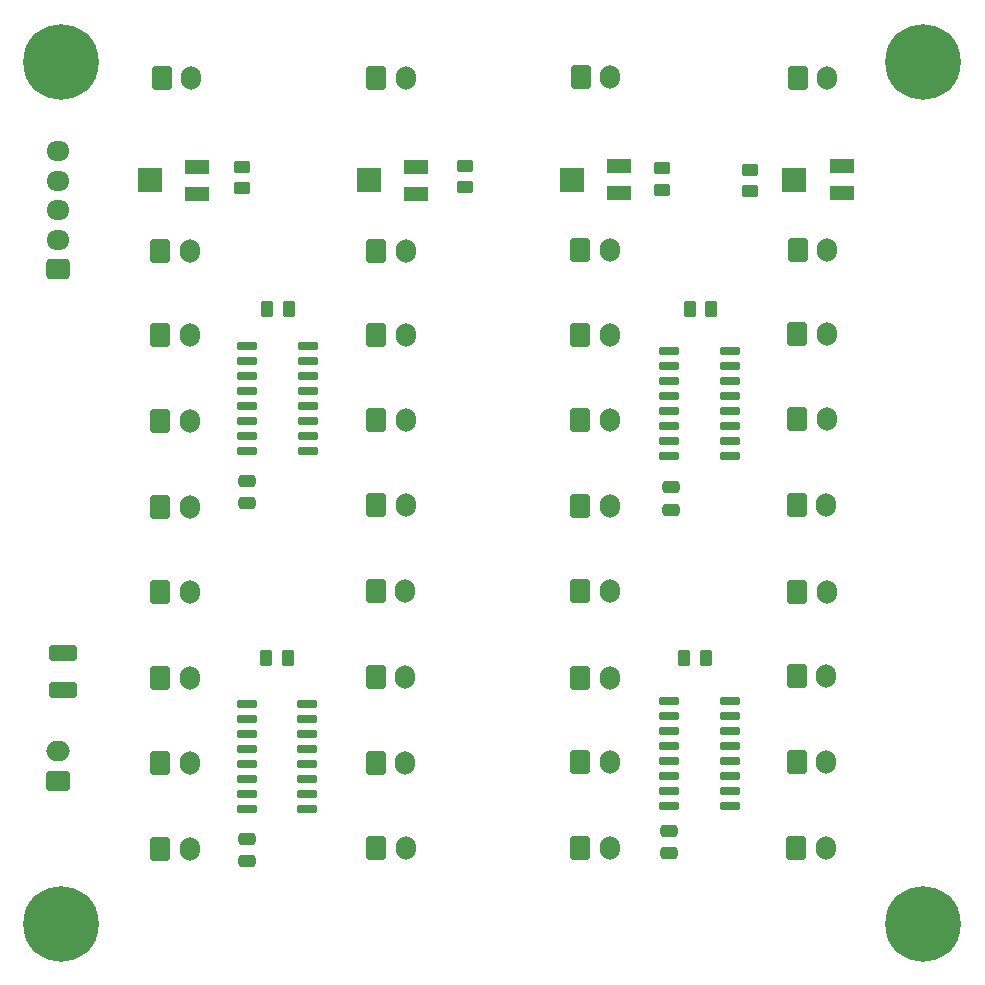
<source format=gbr>
%TF.GenerationSoftware,KiCad,Pcbnew,9.0.3*%
%TF.CreationDate,2025-07-24T13:25:29+02:00*%
%TF.ProjectId,LED-driver-Board,4c45442d-6472-4697-9665-722d426f6172,rev?*%
%TF.SameCoordinates,Original*%
%TF.FileFunction,Soldermask,Top*%
%TF.FilePolarity,Negative*%
%FSLAX46Y46*%
G04 Gerber Fmt 4.6, Leading zero omitted, Abs format (unit mm)*
G04 Created by KiCad (PCBNEW 9.0.3) date 2025-07-24 13:25:29*
%MOMM*%
%LPD*%
G01*
G04 APERTURE LIST*
G04 Aperture macros list*
%AMRoundRect*
0 Rectangle with rounded corners*
0 $1 Rounding radius*
0 $2 $3 $4 $5 $6 $7 $8 $9 X,Y pos of 4 corners*
0 Add a 4 corners polygon primitive as box body*
4,1,4,$2,$3,$4,$5,$6,$7,$8,$9,$2,$3,0*
0 Add four circle primitives for the rounded corners*
1,1,$1+$1,$2,$3*
1,1,$1+$1,$4,$5*
1,1,$1+$1,$6,$7*
1,1,$1+$1,$8,$9*
0 Add four rect primitives between the rounded corners*
20,1,$1+$1,$2,$3,$4,$5,0*
20,1,$1+$1,$4,$5,$6,$7,0*
20,1,$1+$1,$6,$7,$8,$9,0*
20,1,$1+$1,$8,$9,$2,$3,0*%
G04 Aperture macros list end*
%ADD10RoundRect,0.250000X-0.262500X-0.450000X0.262500X-0.450000X0.262500X0.450000X-0.262500X0.450000X0*%
%ADD11RoundRect,0.250000X-0.600000X-0.750000X0.600000X-0.750000X0.600000X0.750000X-0.600000X0.750000X0*%
%ADD12O,1.700000X2.000000*%
%ADD13RoundRect,0.250000X0.475000X-0.250000X0.475000X0.250000X-0.475000X0.250000X-0.475000X-0.250000X0*%
%ADD14C,6.400000*%
%ADD15R,2.000000X1.300000*%
%ADD16R,2.000000X2.000000*%
%ADD17RoundRect,0.250000X0.450000X-0.262500X0.450000X0.262500X-0.450000X0.262500X-0.450000X-0.262500X0*%
%ADD18RoundRect,0.150000X0.725000X0.150000X-0.725000X0.150000X-0.725000X-0.150000X0.725000X-0.150000X0*%
%ADD19O,1.950000X1.700000*%
%ADD20RoundRect,0.250000X0.725000X-0.600000X0.725000X0.600000X-0.725000X0.600000X-0.725000X-0.600000X0*%
%ADD21RoundRect,0.250000X0.945000X-0.420000X0.945000X0.420000X-0.945000X0.420000X-0.945000X-0.420000X0*%
%ADD22RoundRect,0.250000X0.262500X0.450000X-0.262500X0.450000X-0.262500X-0.450000X0.262500X-0.450000X0*%
%ADD23RoundRect,0.250000X0.750000X-0.600000X0.750000X0.600000X-0.750000X0.600000X-0.750000X-0.600000X0*%
%ADD24O,2.000000X1.700000*%
G04 APERTURE END LIST*
D10*
%TO.C,R1*%
X90847500Y-115001764D03*
X92672500Y-115001764D03*
%TD*%
D11*
%TO.C,J27*%
X135810000Y-94805000D03*
D12*
X138310000Y-94805000D03*
%TD*%
D11*
%TO.C,J36*%
X135840000Y-65870000D03*
D12*
X138340000Y-65870000D03*
%TD*%
D11*
%TO.C,J32*%
X135735000Y-131105000D03*
D12*
X138235000Y-131105000D03*
%TD*%
D11*
%TO.C,J15*%
X100130000Y-123875000D03*
D12*
X102630000Y-123875000D03*
%TD*%
D13*
%TO.C,C1*%
X89185000Y-132190000D03*
X89185000Y-130290000D03*
%TD*%
D11*
%TO.C,J3*%
X81900000Y-94950000D03*
D12*
X84400000Y-94950000D03*
%TD*%
D11*
%TO.C,J25*%
X135860000Y-80480000D03*
D12*
X138360000Y-80480000D03*
%TD*%
D14*
%TO.C,H1*%
X73500000Y-64500000D03*
%TD*%
D15*
%TO.C,RV1*%
X85010000Y-73401764D03*
D16*
X81010000Y-74551764D03*
D15*
X85010000Y-75701764D03*
%TD*%
D17*
%TO.C,R7*%
X124360000Y-75352500D03*
X124360000Y-73527500D03*
%TD*%
D14*
%TO.C,H3*%
X73500000Y-137500000D03*
%TD*%
D11*
%TO.C,J7*%
X81900000Y-123900000D03*
D12*
X84400000Y-123900000D03*
%TD*%
D11*
%TO.C,J5*%
X81900000Y-109450000D03*
D12*
X84400000Y-109450000D03*
%TD*%
D11*
%TO.C,J30*%
X135785000Y-116530000D03*
D12*
X138285000Y-116530000D03*
%TD*%
D13*
%TO.C,C2*%
X89185000Y-101915000D03*
X89185000Y-100015000D03*
%TD*%
D18*
%TO.C,U3*%
X130140000Y-127571764D03*
X130140000Y-126301764D03*
X130140000Y-125031764D03*
X130140000Y-123761764D03*
X130140000Y-122491764D03*
X130140000Y-121221764D03*
X130140000Y-119951764D03*
X130140000Y-118681764D03*
X124990000Y-118681764D03*
X124990000Y-119951764D03*
X124990000Y-121221764D03*
X124990000Y-122491764D03*
X124990000Y-123761764D03*
X124990000Y-125031764D03*
X124990000Y-126301764D03*
X124990000Y-127571764D03*
%TD*%
D17*
%TO.C,R6*%
X107685000Y-75157500D03*
X107685000Y-73332500D03*
%TD*%
D11*
%TO.C,J29*%
X135810000Y-109380000D03*
D12*
X138310000Y-109380000D03*
%TD*%
D18*
%TO.C,U4*%
X130140000Y-97906764D03*
X130140000Y-96636764D03*
X130140000Y-95366764D03*
X130140000Y-94096764D03*
X130140000Y-92826764D03*
X130140000Y-91556764D03*
X130140000Y-90286764D03*
X130140000Y-89016764D03*
X124990000Y-89016764D03*
X124990000Y-90286764D03*
X124990000Y-91556764D03*
X124990000Y-92826764D03*
X124990000Y-94096764D03*
X124990000Y-95366764D03*
X124990000Y-96636764D03*
X124990000Y-97906764D03*
%TD*%
D13*
%TO.C,C3*%
X124990000Y-131511764D03*
X124990000Y-129611764D03*
%TD*%
D11*
%TO.C,J31*%
X135760000Y-123805000D03*
D12*
X138260000Y-123805000D03*
%TD*%
D11*
%TO.C,J24*%
X117440000Y-131110000D03*
D12*
X119940000Y-131110000D03*
%TD*%
D11*
%TO.C,J35*%
X117470000Y-65840000D03*
D12*
X119970000Y-65840000D03*
%TD*%
D11*
%TO.C,J12*%
X100155000Y-102050000D03*
D12*
X102655000Y-102050000D03*
%TD*%
D11*
%TO.C,J26*%
X135835000Y-87555000D03*
D12*
X138335000Y-87555000D03*
%TD*%
D18*
%TO.C,U2*%
X94410000Y-97461764D03*
X94410000Y-96191764D03*
X94410000Y-94921764D03*
X94410000Y-93651764D03*
X94410000Y-92381764D03*
X94410000Y-91111764D03*
X94410000Y-89841764D03*
X94410000Y-88571764D03*
X89260000Y-88571764D03*
X89260000Y-89841764D03*
X89260000Y-91111764D03*
X89260000Y-92381764D03*
X89260000Y-93651764D03*
X89260000Y-94921764D03*
X89260000Y-96191764D03*
X89260000Y-97461764D03*
%TD*%
D11*
%TO.C,J8*%
X81900000Y-131175000D03*
D12*
X84400000Y-131175000D03*
%TD*%
D14*
%TO.C,H4*%
X146500000Y-137500000D03*
%TD*%
D11*
%TO.C,J20*%
X117440000Y-102110000D03*
D12*
X119940000Y-102110000D03*
%TD*%
D14*
%TO.C,H2*%
X146500000Y-64500000D03*
%TD*%
D11*
%TO.C,J18*%
X117440000Y-87635000D03*
D12*
X119940000Y-87635000D03*
%TD*%
D11*
%TO.C,J1*%
X81900000Y-80525000D03*
D12*
X84400000Y-80525000D03*
%TD*%
D19*
%TO.C,J103*%
X73210000Y-72080000D03*
X73210000Y-74580000D03*
X73210000Y-77080000D03*
X73210000Y-79580000D03*
D20*
X73210000Y-82080000D03*
%TD*%
D21*
%TO.C,C5*%
X73680000Y-117690000D03*
X73680000Y-114610000D03*
%TD*%
D17*
%TO.C,R5*%
X88780000Y-75242500D03*
X88780000Y-73417500D03*
%TD*%
D11*
%TO.C,J10*%
X100180000Y-87625000D03*
D12*
X102680000Y-87625000D03*
%TD*%
D11*
%TO.C,J17*%
X117440000Y-80485000D03*
D12*
X119940000Y-80485000D03*
%TD*%
D11*
%TO.C,J21*%
X117440000Y-109360000D03*
D12*
X119940000Y-109360000D03*
%TD*%
D15*
%TO.C,RV2*%
X103570000Y-73401764D03*
D16*
X99570000Y-74551764D03*
D15*
X103570000Y-75701764D03*
%TD*%
D11*
%TO.C,J19*%
X117440000Y-94885000D03*
D12*
X119940000Y-94885000D03*
%TD*%
D11*
%TO.C,J6*%
X81900000Y-116675000D03*
D12*
X84400000Y-116675000D03*
%TD*%
D11*
%TO.C,J22*%
X117440000Y-116660000D03*
D12*
X119940000Y-116660000D03*
%TD*%
D22*
%TO.C,R2*%
X92747500Y-85426764D03*
X90922500Y-85426764D03*
%TD*%
%TO.C,R4*%
X128552500Y-85411764D03*
X126727500Y-85411764D03*
%TD*%
D15*
%TO.C,RV4*%
X139565000Y-73361764D03*
D16*
X135565000Y-74511764D03*
D15*
X139565000Y-75661764D03*
%TD*%
D11*
%TO.C,J28*%
X135785000Y-102005000D03*
D12*
X138285000Y-102005000D03*
%TD*%
D11*
%TO.C,J13*%
X100130000Y-109350000D03*
D12*
X102630000Y-109350000D03*
%TD*%
D11*
%TO.C,J33*%
X81990000Y-65910000D03*
D12*
X84490000Y-65910000D03*
%TD*%
D10*
%TO.C,R3*%
X126227500Y-115036764D03*
X128052500Y-115036764D03*
%TD*%
D11*
%TO.C,J2*%
X81900000Y-87650000D03*
D12*
X84400000Y-87650000D03*
%TD*%
D11*
%TO.C,J34*%
X100160000Y-65890000D03*
D12*
X102660000Y-65890000D03*
%TD*%
D11*
%TO.C,J23*%
X117440000Y-123835000D03*
D12*
X119940000Y-123835000D03*
%TD*%
D11*
%TO.C,J14*%
X100130000Y-116625000D03*
D12*
X102630000Y-116625000D03*
%TD*%
D23*
%TO.C,J102*%
X73210000Y-125400000D03*
D24*
X73210000Y-122900000D03*
%TD*%
D11*
%TO.C,J11*%
X100180000Y-94875000D03*
D12*
X102680000Y-94875000D03*
%TD*%
D13*
%TO.C,C4*%
X125090000Y-102461764D03*
X125090000Y-100561764D03*
%TD*%
D11*
%TO.C,J9*%
X100180000Y-80525000D03*
D12*
X102680000Y-80525000D03*
%TD*%
D15*
%TO.C,RV3*%
X120715000Y-73361764D03*
D16*
X116715000Y-74511764D03*
D15*
X120715000Y-75661764D03*
%TD*%
D18*
%TO.C,U1*%
X94335000Y-127771764D03*
X94335000Y-126501764D03*
X94335000Y-125231764D03*
X94335000Y-123961764D03*
X94335000Y-122691764D03*
X94335000Y-121421764D03*
X94335000Y-120151764D03*
X94335000Y-118881764D03*
X89185000Y-118881764D03*
X89185000Y-120151764D03*
X89185000Y-121421764D03*
X89185000Y-122691764D03*
X89185000Y-123961764D03*
X89185000Y-125231764D03*
X89185000Y-126501764D03*
X89185000Y-127771764D03*
%TD*%
D11*
%TO.C,J4*%
X81900000Y-102225000D03*
D12*
X84400000Y-102225000D03*
%TD*%
D11*
%TO.C,J16*%
X100155000Y-131125000D03*
D12*
X102655000Y-131125000D03*
%TD*%
D17*
%TO.C,R8*%
X131830000Y-75502500D03*
X131830000Y-73677500D03*
%TD*%
M02*

</source>
